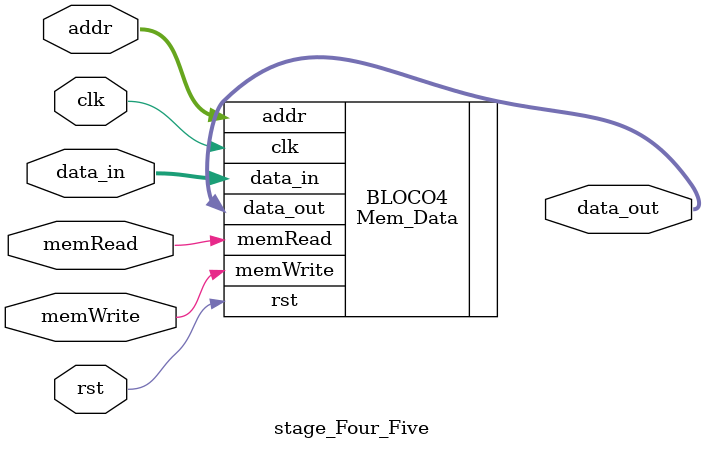
<source format=v>
module stage_Four_Five(
	addr,
	clk, rst,
	data_in,
	data_out,
	memRead,
	memWrite);

input [31:0] addr;
input clk, rst;
input [31:0] data_in;
output [31:0] data_out;
input memRead;
input memWrite;

Mem_Data BLOCO4 (
  .addr (addr),
  .clk (clk),
  .rst (rst),
  .data_in (data_in),
  .data_out (data_out),
  .memRead (memRead),
  .memWrite (memWrite)
  );

endmodule
</source>
